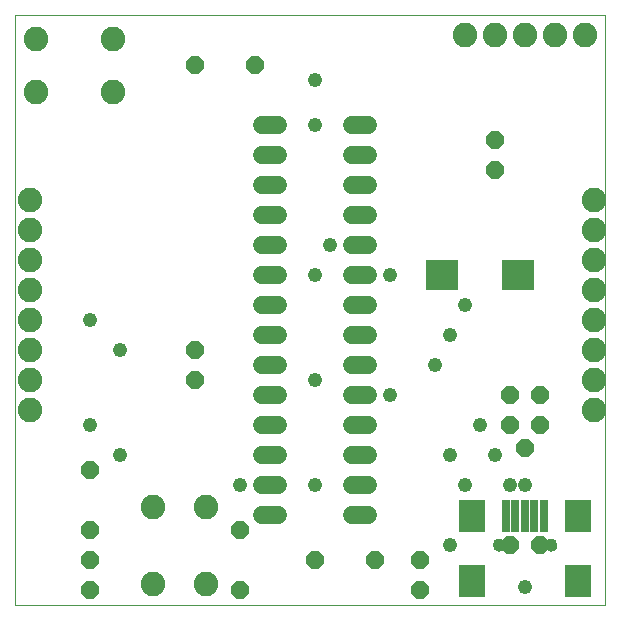
<source format=gts>
G75*
%MOIN*%
%OFA0B0*%
%FSLAX25Y25*%
%IPPOS*%
%LPD*%
%AMOC8*
5,1,8,0,0,1.08239X$1,22.5*
%
%ADD10C,0.00000*%
%ADD11OC8,0.06000*%
%ADD12R,0.11036X0.10249*%
%ADD13C,0.06000*%
%ADD14R,0.02769X0.10643*%
%ADD15R,0.08674X0.10643*%
%ADD16C,0.04343*%
%ADD17C,0.08200*%
%ADD18C,0.04762*%
D10*
X0001800Y0023186D02*
X0001800Y0220037D01*
X0198650Y0220037D01*
X0198650Y0023186D01*
X0001800Y0023186D01*
X0161367Y0043186D02*
X0161369Y0043270D01*
X0161375Y0043353D01*
X0161385Y0043436D01*
X0161399Y0043519D01*
X0161416Y0043601D01*
X0161438Y0043682D01*
X0161463Y0043761D01*
X0161492Y0043840D01*
X0161525Y0043917D01*
X0161561Y0043992D01*
X0161601Y0044066D01*
X0161644Y0044138D01*
X0161691Y0044207D01*
X0161741Y0044274D01*
X0161794Y0044339D01*
X0161850Y0044401D01*
X0161908Y0044461D01*
X0161970Y0044518D01*
X0162034Y0044571D01*
X0162101Y0044622D01*
X0162170Y0044669D01*
X0162241Y0044714D01*
X0162314Y0044754D01*
X0162389Y0044791D01*
X0162466Y0044825D01*
X0162544Y0044855D01*
X0162623Y0044881D01*
X0162704Y0044904D01*
X0162786Y0044922D01*
X0162868Y0044937D01*
X0162951Y0044948D01*
X0163034Y0044955D01*
X0163118Y0044958D01*
X0163202Y0044957D01*
X0163285Y0044952D01*
X0163369Y0044943D01*
X0163451Y0044930D01*
X0163533Y0044914D01*
X0163614Y0044893D01*
X0163695Y0044869D01*
X0163773Y0044841D01*
X0163851Y0044809D01*
X0163927Y0044773D01*
X0164001Y0044734D01*
X0164073Y0044692D01*
X0164143Y0044646D01*
X0164211Y0044597D01*
X0164276Y0044545D01*
X0164339Y0044490D01*
X0164399Y0044432D01*
X0164457Y0044371D01*
X0164511Y0044307D01*
X0164563Y0044241D01*
X0164611Y0044173D01*
X0164656Y0044102D01*
X0164697Y0044029D01*
X0164736Y0043955D01*
X0164770Y0043879D01*
X0164801Y0043801D01*
X0164828Y0043722D01*
X0164852Y0043641D01*
X0164871Y0043560D01*
X0164887Y0043478D01*
X0164899Y0043395D01*
X0164907Y0043311D01*
X0164911Y0043228D01*
X0164911Y0043144D01*
X0164907Y0043061D01*
X0164899Y0042977D01*
X0164887Y0042894D01*
X0164871Y0042812D01*
X0164852Y0042731D01*
X0164828Y0042650D01*
X0164801Y0042571D01*
X0164770Y0042493D01*
X0164736Y0042417D01*
X0164697Y0042343D01*
X0164656Y0042270D01*
X0164611Y0042199D01*
X0164563Y0042131D01*
X0164511Y0042065D01*
X0164457Y0042001D01*
X0164399Y0041940D01*
X0164339Y0041882D01*
X0164276Y0041827D01*
X0164211Y0041775D01*
X0164143Y0041726D01*
X0164073Y0041680D01*
X0164001Y0041638D01*
X0163927Y0041599D01*
X0163851Y0041563D01*
X0163773Y0041531D01*
X0163695Y0041503D01*
X0163614Y0041479D01*
X0163533Y0041458D01*
X0163451Y0041442D01*
X0163369Y0041429D01*
X0163285Y0041420D01*
X0163202Y0041415D01*
X0163118Y0041414D01*
X0163034Y0041417D01*
X0162951Y0041424D01*
X0162868Y0041435D01*
X0162786Y0041450D01*
X0162704Y0041468D01*
X0162623Y0041491D01*
X0162544Y0041517D01*
X0162466Y0041547D01*
X0162389Y0041581D01*
X0162314Y0041618D01*
X0162241Y0041658D01*
X0162170Y0041703D01*
X0162101Y0041750D01*
X0162034Y0041801D01*
X0161970Y0041854D01*
X0161908Y0041911D01*
X0161850Y0041971D01*
X0161794Y0042033D01*
X0161741Y0042098D01*
X0161691Y0042165D01*
X0161644Y0042234D01*
X0161601Y0042306D01*
X0161561Y0042380D01*
X0161525Y0042455D01*
X0161492Y0042532D01*
X0161463Y0042611D01*
X0161438Y0042690D01*
X0161416Y0042771D01*
X0161399Y0042853D01*
X0161385Y0042936D01*
X0161375Y0043019D01*
X0161369Y0043102D01*
X0161367Y0043186D01*
X0178689Y0043186D02*
X0178691Y0043270D01*
X0178697Y0043353D01*
X0178707Y0043436D01*
X0178721Y0043519D01*
X0178738Y0043601D01*
X0178760Y0043682D01*
X0178785Y0043761D01*
X0178814Y0043840D01*
X0178847Y0043917D01*
X0178883Y0043992D01*
X0178923Y0044066D01*
X0178966Y0044138D01*
X0179013Y0044207D01*
X0179063Y0044274D01*
X0179116Y0044339D01*
X0179172Y0044401D01*
X0179230Y0044461D01*
X0179292Y0044518D01*
X0179356Y0044571D01*
X0179423Y0044622D01*
X0179492Y0044669D01*
X0179563Y0044714D01*
X0179636Y0044754D01*
X0179711Y0044791D01*
X0179788Y0044825D01*
X0179866Y0044855D01*
X0179945Y0044881D01*
X0180026Y0044904D01*
X0180108Y0044922D01*
X0180190Y0044937D01*
X0180273Y0044948D01*
X0180356Y0044955D01*
X0180440Y0044958D01*
X0180524Y0044957D01*
X0180607Y0044952D01*
X0180691Y0044943D01*
X0180773Y0044930D01*
X0180855Y0044914D01*
X0180936Y0044893D01*
X0181017Y0044869D01*
X0181095Y0044841D01*
X0181173Y0044809D01*
X0181249Y0044773D01*
X0181323Y0044734D01*
X0181395Y0044692D01*
X0181465Y0044646D01*
X0181533Y0044597D01*
X0181598Y0044545D01*
X0181661Y0044490D01*
X0181721Y0044432D01*
X0181779Y0044371D01*
X0181833Y0044307D01*
X0181885Y0044241D01*
X0181933Y0044173D01*
X0181978Y0044102D01*
X0182019Y0044029D01*
X0182058Y0043955D01*
X0182092Y0043879D01*
X0182123Y0043801D01*
X0182150Y0043722D01*
X0182174Y0043641D01*
X0182193Y0043560D01*
X0182209Y0043478D01*
X0182221Y0043395D01*
X0182229Y0043311D01*
X0182233Y0043228D01*
X0182233Y0043144D01*
X0182229Y0043061D01*
X0182221Y0042977D01*
X0182209Y0042894D01*
X0182193Y0042812D01*
X0182174Y0042731D01*
X0182150Y0042650D01*
X0182123Y0042571D01*
X0182092Y0042493D01*
X0182058Y0042417D01*
X0182019Y0042343D01*
X0181978Y0042270D01*
X0181933Y0042199D01*
X0181885Y0042131D01*
X0181833Y0042065D01*
X0181779Y0042001D01*
X0181721Y0041940D01*
X0181661Y0041882D01*
X0181598Y0041827D01*
X0181533Y0041775D01*
X0181465Y0041726D01*
X0181395Y0041680D01*
X0181323Y0041638D01*
X0181249Y0041599D01*
X0181173Y0041563D01*
X0181095Y0041531D01*
X0181017Y0041503D01*
X0180936Y0041479D01*
X0180855Y0041458D01*
X0180773Y0041442D01*
X0180691Y0041429D01*
X0180607Y0041420D01*
X0180524Y0041415D01*
X0180440Y0041414D01*
X0180356Y0041417D01*
X0180273Y0041424D01*
X0180190Y0041435D01*
X0180108Y0041450D01*
X0180026Y0041468D01*
X0179945Y0041491D01*
X0179866Y0041517D01*
X0179788Y0041547D01*
X0179711Y0041581D01*
X0179636Y0041618D01*
X0179563Y0041658D01*
X0179492Y0041703D01*
X0179423Y0041750D01*
X0179356Y0041801D01*
X0179292Y0041854D01*
X0179230Y0041911D01*
X0179172Y0041971D01*
X0179116Y0042033D01*
X0179063Y0042098D01*
X0179013Y0042165D01*
X0178966Y0042234D01*
X0178923Y0042306D01*
X0178883Y0042380D01*
X0178847Y0042455D01*
X0178814Y0042532D01*
X0178785Y0042611D01*
X0178760Y0042690D01*
X0178738Y0042771D01*
X0178721Y0042853D01*
X0178707Y0042936D01*
X0178697Y0043019D01*
X0178691Y0043102D01*
X0178689Y0043186D01*
D11*
X0176800Y0043186D03*
X0166800Y0043186D03*
X0136800Y0038186D03*
X0136800Y0028186D03*
X0121800Y0038186D03*
X0101800Y0038186D03*
X0076800Y0028186D03*
X0076800Y0048186D03*
X0061800Y0098186D03*
X0061800Y0108186D03*
X0026800Y0068186D03*
X0026800Y0048186D03*
X0026800Y0038186D03*
X0026800Y0028186D03*
X0161800Y0168186D03*
X0161800Y0178186D03*
X0166800Y0093186D03*
X0166800Y0083186D03*
X0171800Y0075686D03*
X0176800Y0083186D03*
X0176800Y0093186D03*
X0081800Y0203186D03*
X0061800Y0203186D03*
D12*
X0144202Y0133186D03*
X0169398Y0133186D03*
D13*
X0119400Y0133186D02*
X0114200Y0133186D01*
X0114200Y0143186D02*
X0119400Y0143186D01*
X0119400Y0153186D02*
X0114200Y0153186D01*
X0114200Y0163186D02*
X0119400Y0163186D01*
X0119400Y0173186D02*
X0114200Y0173186D01*
X0114200Y0183186D02*
X0119400Y0183186D01*
X0089400Y0183186D02*
X0084200Y0183186D01*
X0084200Y0173186D02*
X0089400Y0173186D01*
X0089400Y0163186D02*
X0084200Y0163186D01*
X0084200Y0153186D02*
X0089400Y0153186D01*
X0089400Y0143186D02*
X0084200Y0143186D01*
X0084200Y0133186D02*
X0089400Y0133186D01*
X0089400Y0123186D02*
X0084200Y0123186D01*
X0084200Y0113186D02*
X0089400Y0113186D01*
X0089400Y0103186D02*
X0084200Y0103186D01*
X0084200Y0093186D02*
X0089400Y0093186D01*
X0089400Y0083186D02*
X0084200Y0083186D01*
X0084200Y0073186D02*
X0089400Y0073186D01*
X0089400Y0063186D02*
X0084200Y0063186D01*
X0084200Y0053186D02*
X0089400Y0053186D01*
X0114200Y0053186D02*
X0119400Y0053186D01*
X0119400Y0063186D02*
X0114200Y0063186D01*
X0114200Y0073186D02*
X0119400Y0073186D01*
X0119400Y0083186D02*
X0114200Y0083186D01*
X0114200Y0093186D02*
X0119400Y0093186D01*
X0119400Y0103186D02*
X0114200Y0103186D01*
X0114200Y0113186D02*
X0119400Y0113186D01*
X0119400Y0123186D02*
X0114200Y0123186D01*
D14*
X0165501Y0053029D03*
X0168650Y0053029D03*
X0171800Y0053029D03*
X0174950Y0053029D03*
X0178099Y0053029D03*
D15*
X0189517Y0053029D03*
X0189517Y0031375D03*
X0154083Y0031375D03*
X0154083Y0053029D03*
D16*
X0163139Y0043186D03*
X0180461Y0043186D03*
D17*
X0194800Y0088186D03*
X0194800Y0098186D03*
X0194800Y0108186D03*
X0194800Y0118186D03*
X0194800Y0128186D03*
X0194800Y0138186D03*
X0194800Y0148186D03*
X0194800Y0158186D03*
X0191800Y0213186D03*
X0181800Y0213186D03*
X0171800Y0213186D03*
X0161800Y0213186D03*
X0151800Y0213186D03*
X0034600Y0212086D03*
X0034600Y0194286D03*
X0009000Y0194286D03*
X0009000Y0212086D03*
X0006800Y0158186D03*
X0006800Y0148186D03*
X0006800Y0138186D03*
X0006800Y0128186D03*
X0006800Y0118186D03*
X0006800Y0108186D03*
X0006800Y0098186D03*
X0006800Y0088186D03*
X0047900Y0055986D03*
X0065700Y0055986D03*
X0065700Y0030386D03*
X0047900Y0030386D03*
D18*
X0076800Y0063186D03*
X0101800Y0063186D03*
X0126800Y0093186D03*
X0141800Y0103186D03*
X0146800Y0113186D03*
X0151800Y0123186D03*
X0126800Y0133186D03*
X0106800Y0143186D03*
X0101800Y0133186D03*
X0101800Y0098186D03*
X0146800Y0073186D03*
X0151800Y0063186D03*
X0161800Y0073186D03*
X0156800Y0083186D03*
X0166800Y0063186D03*
X0171800Y0063186D03*
X0146800Y0043186D03*
X0171800Y0029167D03*
X0036800Y0073186D03*
X0026800Y0083186D03*
X0036800Y0108186D03*
X0026800Y0118186D03*
X0101800Y0183186D03*
X0101800Y0198186D03*
M02*

</source>
